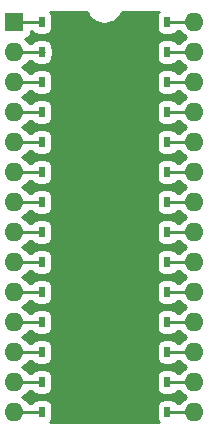
<source format=gbr>
G04 #@! TF.GenerationSoftware,KiCad,Pcbnew,(5.1.6)-1*
G04 #@! TF.CreationDate,2020-12-06T15:05:41+11:00*
G04 #@! TF.ProjectId,EAadaptor,45416164-6170-4746-9f72-2e6b69636164,rev?*
G04 #@! TF.SameCoordinates,Original*
G04 #@! TF.FileFunction,Copper,L1,Top*
G04 #@! TF.FilePolarity,Positive*
%FSLAX46Y46*%
G04 Gerber Fmt 4.6, Leading zero omitted, Abs format (unit mm)*
G04 Created by KiCad (PCBNEW (5.1.6)-1) date 2020-12-06 15:05:41*
%MOMM*%
%LPD*%
G01*
G04 APERTURE LIST*
G04 #@! TA.AperFunction,ComponentPad*
%ADD10O,1.600000X1.600000*%
G04 #@! TD*
G04 #@! TA.AperFunction,ComponentPad*
%ADD11R,1.600000X1.600000*%
G04 #@! TD*
G04 #@! TA.AperFunction,SMDPad,CuDef*
%ADD12R,0.500000X0.900000*%
G04 #@! TD*
G04 #@! TA.AperFunction,Conductor*
%ADD13C,0.250000*%
G04 #@! TD*
G04 #@! TA.AperFunction,Conductor*
%ADD14C,0.254000*%
G04 #@! TD*
G04 APERTURE END LIST*
D10*
X153416000Y-78486000D03*
X138176000Y-111506000D03*
X153416000Y-81026000D03*
X138176000Y-108966000D03*
X153416000Y-83566000D03*
X138176000Y-106426000D03*
X153416000Y-86106000D03*
X138176000Y-103886000D03*
X153416000Y-88646000D03*
X138176000Y-101346000D03*
X153416000Y-91186000D03*
X138176000Y-98806000D03*
X153416000Y-93726000D03*
X138176000Y-96266000D03*
X153416000Y-96266000D03*
X138176000Y-93726000D03*
X153416000Y-98806000D03*
X138176000Y-91186000D03*
X153416000Y-101346000D03*
X138176000Y-88646000D03*
X153416000Y-103886000D03*
X138176000Y-86106000D03*
X153416000Y-106426000D03*
X138176000Y-83566000D03*
X153416000Y-108966000D03*
X138176000Y-81026000D03*
X153416000Y-111506000D03*
D11*
X138176000Y-78486000D03*
D12*
X140486000Y-111506000D03*
X141986000Y-111506000D03*
X151118000Y-78486000D03*
X149618000Y-78486000D03*
X151118000Y-98806000D03*
X149618000Y-98806000D03*
X149618000Y-96266000D03*
X151118000Y-96266000D03*
X151118000Y-93726000D03*
X149618000Y-93726000D03*
X149618000Y-91186000D03*
X151118000Y-91186000D03*
X151118000Y-88646000D03*
X149618000Y-88646000D03*
X149618000Y-86106000D03*
X151118000Y-86106000D03*
X151118000Y-83566000D03*
X149618000Y-83566000D03*
X149618000Y-81026000D03*
X151118000Y-81026000D03*
X141974000Y-101346000D03*
X140474000Y-101346000D03*
X140474000Y-98806000D03*
X141974000Y-98806000D03*
X141974000Y-96266000D03*
X140474000Y-96266000D03*
X140474000Y-93726000D03*
X141974000Y-93726000D03*
X141974000Y-91186000D03*
X140474000Y-91186000D03*
X140474000Y-88646000D03*
X141974000Y-88646000D03*
X141974000Y-86106000D03*
X140474000Y-86106000D03*
X140474000Y-83566000D03*
X141974000Y-83566000D03*
X141974000Y-81026000D03*
X140474000Y-81026000D03*
X140474000Y-78486000D03*
X141974000Y-78486000D03*
X149630000Y-111506000D03*
X151130000Y-111506000D03*
X151118000Y-101346000D03*
X149618000Y-101346000D03*
X149618000Y-103886000D03*
X151118000Y-103886000D03*
X151130000Y-106426000D03*
X149630000Y-106426000D03*
X149618000Y-108966000D03*
X151118000Y-108966000D03*
X141974000Y-108966000D03*
X140474000Y-108966000D03*
X140474000Y-106426000D03*
X141974000Y-106426000D03*
X141974000Y-103886000D03*
X140474000Y-103886000D03*
D13*
X138176000Y-78486000D02*
X140474000Y-78486000D01*
X138176000Y-81026000D02*
X140716000Y-81026000D01*
X138176000Y-83566000D02*
X140474000Y-83566000D01*
X138176000Y-86106000D02*
X140474000Y-86106000D01*
X138176000Y-88646000D02*
X140474000Y-88646000D01*
X138176000Y-91186000D02*
X140474000Y-91186000D01*
X138176000Y-93726000D02*
X140474000Y-93726000D01*
X138176000Y-96266000D02*
X140474000Y-96266000D01*
X138176000Y-98806000D02*
X140474000Y-98806000D01*
X138176000Y-101346000D02*
X140474000Y-101346000D01*
X138176000Y-103886000D02*
X140474000Y-103886000D01*
X153416000Y-81026000D02*
X152284630Y-81026000D01*
X151118000Y-81026000D02*
X153416000Y-81026000D01*
X151384000Y-83566000D02*
X153416000Y-83566000D01*
X151118000Y-86106000D02*
X153416000Y-86106000D01*
X151118000Y-88646000D02*
X153416000Y-88646000D01*
X151118000Y-91186000D02*
X153416000Y-91186000D01*
X153416000Y-93726000D02*
X151384000Y-93726000D01*
X151118000Y-96266000D02*
X153416000Y-96266000D01*
X153416000Y-98806000D02*
X151118000Y-98806000D01*
X153416000Y-101346000D02*
X151118000Y-101346000D01*
X153416000Y-103886000D02*
X151118000Y-103886000D01*
X153416000Y-106426000D02*
X151130000Y-106426000D01*
X153416000Y-108966000D02*
X151118000Y-108966000D01*
X153416000Y-111506000D02*
X151130000Y-111506000D01*
X138176000Y-106426000D02*
X140474000Y-106426000D01*
X138176000Y-108966000D02*
X140474000Y-108966000D01*
X138176000Y-111506000D02*
X140486000Y-111506000D01*
X153416000Y-78486000D02*
X151118000Y-78486000D01*
D14*
G36*
X144279414Y-77672099D02*
G01*
X144283797Y-77680205D01*
X144379324Y-77853966D01*
X144413130Y-77903338D01*
X144446221Y-77953144D01*
X144452095Y-77960245D01*
X144579552Y-78112142D01*
X144622263Y-78153968D01*
X144664441Y-78196442D01*
X144671583Y-78202266D01*
X144826116Y-78326515D01*
X144876170Y-78359269D01*
X144925765Y-78392722D01*
X144933901Y-78397048D01*
X145109625Y-78488914D01*
X145165078Y-78511318D01*
X145220233Y-78534503D01*
X145229055Y-78537166D01*
X145419276Y-78593151D01*
X145478010Y-78604355D01*
X145536633Y-78616389D01*
X145545805Y-78617288D01*
X145743277Y-78635259D01*
X145803094Y-78634841D01*
X145862911Y-78635259D01*
X145872083Y-78634359D01*
X146069284Y-78613632D01*
X146127834Y-78601613D01*
X146186639Y-78590396D01*
X146195461Y-78587732D01*
X146384882Y-78529097D01*
X146440009Y-78505924D01*
X146495492Y-78483507D01*
X146503629Y-78479181D01*
X146678052Y-78384870D01*
X146727636Y-78351425D01*
X146777699Y-78318665D01*
X146784840Y-78312841D01*
X146937624Y-78186446D01*
X146979744Y-78144031D01*
X147022513Y-78102149D01*
X147028387Y-78095048D01*
X147153711Y-77941386D01*
X147186803Y-77891577D01*
X147220610Y-77842205D01*
X147224993Y-77834098D01*
X147318084Y-77659020D01*
X147333342Y-77622000D01*
X150386298Y-77622000D01*
X150337463Y-77681506D01*
X150278498Y-77791820D01*
X150242188Y-77911518D01*
X150229928Y-78036000D01*
X150229928Y-78936000D01*
X150242188Y-79060482D01*
X150278498Y-79180180D01*
X150337463Y-79290494D01*
X150416815Y-79387185D01*
X150513506Y-79466537D01*
X150623820Y-79525502D01*
X150743518Y-79561812D01*
X150868000Y-79574072D01*
X151368000Y-79574072D01*
X151492482Y-79561812D01*
X151612180Y-79525502D01*
X151722494Y-79466537D01*
X151819185Y-79387185D01*
X151898537Y-79290494D01*
X151922320Y-79246000D01*
X152197957Y-79246000D01*
X152301363Y-79400759D01*
X152501241Y-79600637D01*
X152733759Y-79756000D01*
X152501241Y-79911363D01*
X152301363Y-80111241D01*
X152197957Y-80266000D01*
X151922320Y-80266000D01*
X151898537Y-80221506D01*
X151819185Y-80124815D01*
X151722494Y-80045463D01*
X151612180Y-79986498D01*
X151492482Y-79950188D01*
X151368000Y-79937928D01*
X150868000Y-79937928D01*
X150743518Y-79950188D01*
X150623820Y-79986498D01*
X150513506Y-80045463D01*
X150416815Y-80124815D01*
X150337463Y-80221506D01*
X150278498Y-80331820D01*
X150242188Y-80451518D01*
X150229928Y-80576000D01*
X150229928Y-81476000D01*
X150242188Y-81600482D01*
X150278498Y-81720180D01*
X150337463Y-81830494D01*
X150416815Y-81927185D01*
X150513506Y-82006537D01*
X150623820Y-82065502D01*
X150743518Y-82101812D01*
X150868000Y-82114072D01*
X151368000Y-82114072D01*
X151492482Y-82101812D01*
X151612180Y-82065502D01*
X151722494Y-82006537D01*
X151819185Y-81927185D01*
X151898537Y-81830494D01*
X151922320Y-81786000D01*
X152197957Y-81786000D01*
X152301363Y-81940759D01*
X152501241Y-82140637D01*
X152733759Y-82296000D01*
X152501241Y-82451363D01*
X152301363Y-82651241D01*
X152197957Y-82806000D01*
X151922320Y-82806000D01*
X151898537Y-82761506D01*
X151819185Y-82664815D01*
X151722494Y-82585463D01*
X151612180Y-82526498D01*
X151492482Y-82490188D01*
X151368000Y-82477928D01*
X150868000Y-82477928D01*
X150743518Y-82490188D01*
X150623820Y-82526498D01*
X150513506Y-82585463D01*
X150416815Y-82664815D01*
X150337463Y-82761506D01*
X150278498Y-82871820D01*
X150242188Y-82991518D01*
X150229928Y-83116000D01*
X150229928Y-84016000D01*
X150242188Y-84140482D01*
X150278498Y-84260180D01*
X150337463Y-84370494D01*
X150416815Y-84467185D01*
X150513506Y-84546537D01*
X150623820Y-84605502D01*
X150743518Y-84641812D01*
X150868000Y-84654072D01*
X151368000Y-84654072D01*
X151492482Y-84641812D01*
X151612180Y-84605502D01*
X151722494Y-84546537D01*
X151819185Y-84467185D01*
X151898537Y-84370494D01*
X151922320Y-84326000D01*
X152197957Y-84326000D01*
X152301363Y-84480759D01*
X152501241Y-84680637D01*
X152733759Y-84836000D01*
X152501241Y-84991363D01*
X152301363Y-85191241D01*
X152197957Y-85346000D01*
X151922320Y-85346000D01*
X151898537Y-85301506D01*
X151819185Y-85204815D01*
X151722494Y-85125463D01*
X151612180Y-85066498D01*
X151492482Y-85030188D01*
X151368000Y-85017928D01*
X150868000Y-85017928D01*
X150743518Y-85030188D01*
X150623820Y-85066498D01*
X150513506Y-85125463D01*
X150416815Y-85204815D01*
X150337463Y-85301506D01*
X150278498Y-85411820D01*
X150242188Y-85531518D01*
X150229928Y-85656000D01*
X150229928Y-86556000D01*
X150242188Y-86680482D01*
X150278498Y-86800180D01*
X150337463Y-86910494D01*
X150416815Y-87007185D01*
X150513506Y-87086537D01*
X150623820Y-87145502D01*
X150743518Y-87181812D01*
X150868000Y-87194072D01*
X151368000Y-87194072D01*
X151492482Y-87181812D01*
X151612180Y-87145502D01*
X151722494Y-87086537D01*
X151819185Y-87007185D01*
X151898537Y-86910494D01*
X151922320Y-86866000D01*
X152197957Y-86866000D01*
X152301363Y-87020759D01*
X152501241Y-87220637D01*
X152733759Y-87376000D01*
X152501241Y-87531363D01*
X152301363Y-87731241D01*
X152197957Y-87886000D01*
X151922320Y-87886000D01*
X151898537Y-87841506D01*
X151819185Y-87744815D01*
X151722494Y-87665463D01*
X151612180Y-87606498D01*
X151492482Y-87570188D01*
X151368000Y-87557928D01*
X150868000Y-87557928D01*
X150743518Y-87570188D01*
X150623820Y-87606498D01*
X150513506Y-87665463D01*
X150416815Y-87744815D01*
X150337463Y-87841506D01*
X150278498Y-87951820D01*
X150242188Y-88071518D01*
X150229928Y-88196000D01*
X150229928Y-89096000D01*
X150242188Y-89220482D01*
X150278498Y-89340180D01*
X150337463Y-89450494D01*
X150416815Y-89547185D01*
X150513506Y-89626537D01*
X150623820Y-89685502D01*
X150743518Y-89721812D01*
X150868000Y-89734072D01*
X151368000Y-89734072D01*
X151492482Y-89721812D01*
X151612180Y-89685502D01*
X151722494Y-89626537D01*
X151819185Y-89547185D01*
X151898537Y-89450494D01*
X151922320Y-89406000D01*
X152197957Y-89406000D01*
X152301363Y-89560759D01*
X152501241Y-89760637D01*
X152733759Y-89916000D01*
X152501241Y-90071363D01*
X152301363Y-90271241D01*
X152197957Y-90426000D01*
X151922320Y-90426000D01*
X151898537Y-90381506D01*
X151819185Y-90284815D01*
X151722494Y-90205463D01*
X151612180Y-90146498D01*
X151492482Y-90110188D01*
X151368000Y-90097928D01*
X150868000Y-90097928D01*
X150743518Y-90110188D01*
X150623820Y-90146498D01*
X150513506Y-90205463D01*
X150416815Y-90284815D01*
X150337463Y-90381506D01*
X150278498Y-90491820D01*
X150242188Y-90611518D01*
X150229928Y-90736000D01*
X150229928Y-91636000D01*
X150242188Y-91760482D01*
X150278498Y-91880180D01*
X150337463Y-91990494D01*
X150416815Y-92087185D01*
X150513506Y-92166537D01*
X150623820Y-92225502D01*
X150743518Y-92261812D01*
X150868000Y-92274072D01*
X151368000Y-92274072D01*
X151492482Y-92261812D01*
X151612180Y-92225502D01*
X151722494Y-92166537D01*
X151819185Y-92087185D01*
X151898537Y-91990494D01*
X151922320Y-91946000D01*
X152197957Y-91946000D01*
X152301363Y-92100759D01*
X152501241Y-92300637D01*
X152733759Y-92456000D01*
X152501241Y-92611363D01*
X152301363Y-92811241D01*
X152197957Y-92966000D01*
X151922320Y-92966000D01*
X151898537Y-92921506D01*
X151819185Y-92824815D01*
X151722494Y-92745463D01*
X151612180Y-92686498D01*
X151492482Y-92650188D01*
X151368000Y-92637928D01*
X150868000Y-92637928D01*
X150743518Y-92650188D01*
X150623820Y-92686498D01*
X150513506Y-92745463D01*
X150416815Y-92824815D01*
X150337463Y-92921506D01*
X150278498Y-93031820D01*
X150242188Y-93151518D01*
X150229928Y-93276000D01*
X150229928Y-94176000D01*
X150242188Y-94300482D01*
X150278498Y-94420180D01*
X150337463Y-94530494D01*
X150416815Y-94627185D01*
X150513506Y-94706537D01*
X150623820Y-94765502D01*
X150743518Y-94801812D01*
X150868000Y-94814072D01*
X151368000Y-94814072D01*
X151492482Y-94801812D01*
X151612180Y-94765502D01*
X151722494Y-94706537D01*
X151819185Y-94627185D01*
X151898537Y-94530494D01*
X151922320Y-94486000D01*
X152197957Y-94486000D01*
X152301363Y-94640759D01*
X152501241Y-94840637D01*
X152733759Y-94996000D01*
X152501241Y-95151363D01*
X152301363Y-95351241D01*
X152197957Y-95506000D01*
X151922320Y-95506000D01*
X151898537Y-95461506D01*
X151819185Y-95364815D01*
X151722494Y-95285463D01*
X151612180Y-95226498D01*
X151492482Y-95190188D01*
X151368000Y-95177928D01*
X150868000Y-95177928D01*
X150743518Y-95190188D01*
X150623820Y-95226498D01*
X150513506Y-95285463D01*
X150416815Y-95364815D01*
X150337463Y-95461506D01*
X150278498Y-95571820D01*
X150242188Y-95691518D01*
X150229928Y-95816000D01*
X150229928Y-96716000D01*
X150242188Y-96840482D01*
X150278498Y-96960180D01*
X150337463Y-97070494D01*
X150416815Y-97167185D01*
X150513506Y-97246537D01*
X150623820Y-97305502D01*
X150743518Y-97341812D01*
X150868000Y-97354072D01*
X151368000Y-97354072D01*
X151492482Y-97341812D01*
X151612180Y-97305502D01*
X151722494Y-97246537D01*
X151819185Y-97167185D01*
X151898537Y-97070494D01*
X151922320Y-97026000D01*
X152197957Y-97026000D01*
X152301363Y-97180759D01*
X152501241Y-97380637D01*
X152733759Y-97536000D01*
X152501241Y-97691363D01*
X152301363Y-97891241D01*
X152197957Y-98046000D01*
X151922320Y-98046000D01*
X151898537Y-98001506D01*
X151819185Y-97904815D01*
X151722494Y-97825463D01*
X151612180Y-97766498D01*
X151492482Y-97730188D01*
X151368000Y-97717928D01*
X150868000Y-97717928D01*
X150743518Y-97730188D01*
X150623820Y-97766498D01*
X150513506Y-97825463D01*
X150416815Y-97904815D01*
X150337463Y-98001506D01*
X150278498Y-98111820D01*
X150242188Y-98231518D01*
X150229928Y-98356000D01*
X150229928Y-99256000D01*
X150242188Y-99380482D01*
X150278498Y-99500180D01*
X150337463Y-99610494D01*
X150416815Y-99707185D01*
X150513506Y-99786537D01*
X150623820Y-99845502D01*
X150743518Y-99881812D01*
X150868000Y-99894072D01*
X151368000Y-99894072D01*
X151492482Y-99881812D01*
X151612180Y-99845502D01*
X151722494Y-99786537D01*
X151819185Y-99707185D01*
X151898537Y-99610494D01*
X151922320Y-99566000D01*
X152197957Y-99566000D01*
X152301363Y-99720759D01*
X152501241Y-99920637D01*
X152733759Y-100076000D01*
X152501241Y-100231363D01*
X152301363Y-100431241D01*
X152197957Y-100586000D01*
X151922320Y-100586000D01*
X151898537Y-100541506D01*
X151819185Y-100444815D01*
X151722494Y-100365463D01*
X151612180Y-100306498D01*
X151492482Y-100270188D01*
X151368000Y-100257928D01*
X150868000Y-100257928D01*
X150743518Y-100270188D01*
X150623820Y-100306498D01*
X150513506Y-100365463D01*
X150416815Y-100444815D01*
X150337463Y-100541506D01*
X150278498Y-100651820D01*
X150242188Y-100771518D01*
X150229928Y-100896000D01*
X150229928Y-101796000D01*
X150242188Y-101920482D01*
X150278498Y-102040180D01*
X150337463Y-102150494D01*
X150416815Y-102247185D01*
X150513506Y-102326537D01*
X150623820Y-102385502D01*
X150743518Y-102421812D01*
X150868000Y-102434072D01*
X151368000Y-102434072D01*
X151492482Y-102421812D01*
X151612180Y-102385502D01*
X151722494Y-102326537D01*
X151819185Y-102247185D01*
X151898537Y-102150494D01*
X151922320Y-102106000D01*
X152197957Y-102106000D01*
X152301363Y-102260759D01*
X152501241Y-102460637D01*
X152733759Y-102616000D01*
X152501241Y-102771363D01*
X152301363Y-102971241D01*
X152197957Y-103126000D01*
X151922320Y-103126000D01*
X151898537Y-103081506D01*
X151819185Y-102984815D01*
X151722494Y-102905463D01*
X151612180Y-102846498D01*
X151492482Y-102810188D01*
X151368000Y-102797928D01*
X150868000Y-102797928D01*
X150743518Y-102810188D01*
X150623820Y-102846498D01*
X150513506Y-102905463D01*
X150416815Y-102984815D01*
X150337463Y-103081506D01*
X150278498Y-103191820D01*
X150242188Y-103311518D01*
X150229928Y-103436000D01*
X150229928Y-104336000D01*
X150242188Y-104460482D01*
X150278498Y-104580180D01*
X150337463Y-104690494D01*
X150416815Y-104787185D01*
X150513506Y-104866537D01*
X150623820Y-104925502D01*
X150743518Y-104961812D01*
X150868000Y-104974072D01*
X151368000Y-104974072D01*
X151492482Y-104961812D01*
X151612180Y-104925502D01*
X151722494Y-104866537D01*
X151819185Y-104787185D01*
X151898537Y-104690494D01*
X151922320Y-104646000D01*
X152197957Y-104646000D01*
X152301363Y-104800759D01*
X152501241Y-105000637D01*
X152733759Y-105156000D01*
X152501241Y-105311363D01*
X152301363Y-105511241D01*
X152197957Y-105666000D01*
X151934320Y-105666000D01*
X151910537Y-105621506D01*
X151831185Y-105524815D01*
X151734494Y-105445463D01*
X151624180Y-105386498D01*
X151504482Y-105350188D01*
X151380000Y-105337928D01*
X150880000Y-105337928D01*
X150755518Y-105350188D01*
X150635820Y-105386498D01*
X150525506Y-105445463D01*
X150428815Y-105524815D01*
X150349463Y-105621506D01*
X150290498Y-105731820D01*
X150254188Y-105851518D01*
X150241928Y-105976000D01*
X150241928Y-106876000D01*
X150254188Y-107000482D01*
X150290498Y-107120180D01*
X150349463Y-107230494D01*
X150428815Y-107327185D01*
X150525506Y-107406537D01*
X150635820Y-107465502D01*
X150755518Y-107501812D01*
X150880000Y-107514072D01*
X151380000Y-107514072D01*
X151504482Y-107501812D01*
X151624180Y-107465502D01*
X151734494Y-107406537D01*
X151831185Y-107327185D01*
X151910537Y-107230494D01*
X151934320Y-107186000D01*
X152197957Y-107186000D01*
X152301363Y-107340759D01*
X152501241Y-107540637D01*
X152733759Y-107696000D01*
X152501241Y-107851363D01*
X152301363Y-108051241D01*
X152197957Y-108206000D01*
X151922320Y-108206000D01*
X151898537Y-108161506D01*
X151819185Y-108064815D01*
X151722494Y-107985463D01*
X151612180Y-107926498D01*
X151492482Y-107890188D01*
X151368000Y-107877928D01*
X150868000Y-107877928D01*
X150743518Y-107890188D01*
X150623820Y-107926498D01*
X150513506Y-107985463D01*
X150416815Y-108064815D01*
X150337463Y-108161506D01*
X150278498Y-108271820D01*
X150242188Y-108391518D01*
X150229928Y-108516000D01*
X150229928Y-109416000D01*
X150242188Y-109540482D01*
X150278498Y-109660180D01*
X150337463Y-109770494D01*
X150416815Y-109867185D01*
X150513506Y-109946537D01*
X150623820Y-110005502D01*
X150743518Y-110041812D01*
X150868000Y-110054072D01*
X151368000Y-110054072D01*
X151492482Y-110041812D01*
X151612180Y-110005502D01*
X151722494Y-109946537D01*
X151819185Y-109867185D01*
X151898537Y-109770494D01*
X151922320Y-109726000D01*
X152197957Y-109726000D01*
X152301363Y-109880759D01*
X152501241Y-110080637D01*
X152733759Y-110236000D01*
X152501241Y-110391363D01*
X152301363Y-110591241D01*
X152197957Y-110746000D01*
X151934320Y-110746000D01*
X151910537Y-110701506D01*
X151831185Y-110604815D01*
X151734494Y-110525463D01*
X151624180Y-110466498D01*
X151504482Y-110430188D01*
X151380000Y-110417928D01*
X150880000Y-110417928D01*
X150755518Y-110430188D01*
X150635820Y-110466498D01*
X150525506Y-110525463D01*
X150428815Y-110604815D01*
X150349463Y-110701506D01*
X150290498Y-110811820D01*
X150254188Y-110931518D01*
X150241928Y-111056000D01*
X150241928Y-111956000D01*
X150254188Y-112080482D01*
X150290498Y-112200180D01*
X150349463Y-112310494D01*
X150398298Y-112370000D01*
X141217702Y-112370000D01*
X141266537Y-112310494D01*
X141325502Y-112200180D01*
X141361812Y-112080482D01*
X141374072Y-111956000D01*
X141374072Y-111056000D01*
X141361812Y-110931518D01*
X141325502Y-110811820D01*
X141266537Y-110701506D01*
X141187185Y-110604815D01*
X141090494Y-110525463D01*
X140980180Y-110466498D01*
X140860482Y-110430188D01*
X140736000Y-110417928D01*
X140236000Y-110417928D01*
X140111518Y-110430188D01*
X139991820Y-110466498D01*
X139881506Y-110525463D01*
X139784815Y-110604815D01*
X139705463Y-110701506D01*
X139681680Y-110746000D01*
X139394043Y-110746000D01*
X139290637Y-110591241D01*
X139090759Y-110391363D01*
X138858241Y-110236000D01*
X139090759Y-110080637D01*
X139290637Y-109880759D01*
X139394043Y-109726000D01*
X139669680Y-109726000D01*
X139693463Y-109770494D01*
X139772815Y-109867185D01*
X139869506Y-109946537D01*
X139979820Y-110005502D01*
X140099518Y-110041812D01*
X140224000Y-110054072D01*
X140724000Y-110054072D01*
X140848482Y-110041812D01*
X140968180Y-110005502D01*
X141078494Y-109946537D01*
X141175185Y-109867185D01*
X141254537Y-109770494D01*
X141313502Y-109660180D01*
X141349812Y-109540482D01*
X141362072Y-109416000D01*
X141362072Y-108516000D01*
X141349812Y-108391518D01*
X141313502Y-108271820D01*
X141254537Y-108161506D01*
X141175185Y-108064815D01*
X141078494Y-107985463D01*
X140968180Y-107926498D01*
X140848482Y-107890188D01*
X140724000Y-107877928D01*
X140224000Y-107877928D01*
X140099518Y-107890188D01*
X139979820Y-107926498D01*
X139869506Y-107985463D01*
X139772815Y-108064815D01*
X139693463Y-108161506D01*
X139669680Y-108206000D01*
X139394043Y-108206000D01*
X139290637Y-108051241D01*
X139090759Y-107851363D01*
X138858241Y-107696000D01*
X139090759Y-107540637D01*
X139290637Y-107340759D01*
X139394043Y-107186000D01*
X139669680Y-107186000D01*
X139693463Y-107230494D01*
X139772815Y-107327185D01*
X139869506Y-107406537D01*
X139979820Y-107465502D01*
X140099518Y-107501812D01*
X140224000Y-107514072D01*
X140724000Y-107514072D01*
X140848482Y-107501812D01*
X140968180Y-107465502D01*
X141078494Y-107406537D01*
X141175185Y-107327185D01*
X141254537Y-107230494D01*
X141313502Y-107120180D01*
X141349812Y-107000482D01*
X141362072Y-106876000D01*
X141362072Y-105976000D01*
X141349812Y-105851518D01*
X141313502Y-105731820D01*
X141254537Y-105621506D01*
X141175185Y-105524815D01*
X141078494Y-105445463D01*
X140968180Y-105386498D01*
X140848482Y-105350188D01*
X140724000Y-105337928D01*
X140224000Y-105337928D01*
X140099518Y-105350188D01*
X139979820Y-105386498D01*
X139869506Y-105445463D01*
X139772815Y-105524815D01*
X139693463Y-105621506D01*
X139669680Y-105666000D01*
X139394043Y-105666000D01*
X139290637Y-105511241D01*
X139090759Y-105311363D01*
X138858241Y-105156000D01*
X139090759Y-105000637D01*
X139290637Y-104800759D01*
X139394043Y-104646000D01*
X139669680Y-104646000D01*
X139693463Y-104690494D01*
X139772815Y-104787185D01*
X139869506Y-104866537D01*
X139979820Y-104925502D01*
X140099518Y-104961812D01*
X140224000Y-104974072D01*
X140724000Y-104974072D01*
X140848482Y-104961812D01*
X140968180Y-104925502D01*
X141078494Y-104866537D01*
X141175185Y-104787185D01*
X141254537Y-104690494D01*
X141313502Y-104580180D01*
X141349812Y-104460482D01*
X141362072Y-104336000D01*
X141362072Y-103436000D01*
X141349812Y-103311518D01*
X141313502Y-103191820D01*
X141254537Y-103081506D01*
X141175185Y-102984815D01*
X141078494Y-102905463D01*
X140968180Y-102846498D01*
X140848482Y-102810188D01*
X140724000Y-102797928D01*
X140224000Y-102797928D01*
X140099518Y-102810188D01*
X139979820Y-102846498D01*
X139869506Y-102905463D01*
X139772815Y-102984815D01*
X139693463Y-103081506D01*
X139669680Y-103126000D01*
X139394043Y-103126000D01*
X139290637Y-102971241D01*
X139090759Y-102771363D01*
X138858241Y-102616000D01*
X139090759Y-102460637D01*
X139290637Y-102260759D01*
X139394043Y-102106000D01*
X139669680Y-102106000D01*
X139693463Y-102150494D01*
X139772815Y-102247185D01*
X139869506Y-102326537D01*
X139979820Y-102385502D01*
X140099518Y-102421812D01*
X140224000Y-102434072D01*
X140724000Y-102434072D01*
X140848482Y-102421812D01*
X140968180Y-102385502D01*
X141078494Y-102326537D01*
X141175185Y-102247185D01*
X141254537Y-102150494D01*
X141313502Y-102040180D01*
X141349812Y-101920482D01*
X141362072Y-101796000D01*
X141362072Y-100896000D01*
X141349812Y-100771518D01*
X141313502Y-100651820D01*
X141254537Y-100541506D01*
X141175185Y-100444815D01*
X141078494Y-100365463D01*
X140968180Y-100306498D01*
X140848482Y-100270188D01*
X140724000Y-100257928D01*
X140224000Y-100257928D01*
X140099518Y-100270188D01*
X139979820Y-100306498D01*
X139869506Y-100365463D01*
X139772815Y-100444815D01*
X139693463Y-100541506D01*
X139669680Y-100586000D01*
X139394043Y-100586000D01*
X139290637Y-100431241D01*
X139090759Y-100231363D01*
X138858241Y-100076000D01*
X139090759Y-99920637D01*
X139290637Y-99720759D01*
X139394043Y-99566000D01*
X139669680Y-99566000D01*
X139693463Y-99610494D01*
X139772815Y-99707185D01*
X139869506Y-99786537D01*
X139979820Y-99845502D01*
X140099518Y-99881812D01*
X140224000Y-99894072D01*
X140724000Y-99894072D01*
X140848482Y-99881812D01*
X140968180Y-99845502D01*
X141078494Y-99786537D01*
X141175185Y-99707185D01*
X141254537Y-99610494D01*
X141313502Y-99500180D01*
X141349812Y-99380482D01*
X141362072Y-99256000D01*
X141362072Y-98356000D01*
X141349812Y-98231518D01*
X141313502Y-98111820D01*
X141254537Y-98001506D01*
X141175185Y-97904815D01*
X141078494Y-97825463D01*
X140968180Y-97766498D01*
X140848482Y-97730188D01*
X140724000Y-97717928D01*
X140224000Y-97717928D01*
X140099518Y-97730188D01*
X139979820Y-97766498D01*
X139869506Y-97825463D01*
X139772815Y-97904815D01*
X139693463Y-98001506D01*
X139669680Y-98046000D01*
X139394043Y-98046000D01*
X139290637Y-97891241D01*
X139090759Y-97691363D01*
X138858241Y-97536000D01*
X139090759Y-97380637D01*
X139290637Y-97180759D01*
X139394043Y-97026000D01*
X139669680Y-97026000D01*
X139693463Y-97070494D01*
X139772815Y-97167185D01*
X139869506Y-97246537D01*
X139979820Y-97305502D01*
X140099518Y-97341812D01*
X140224000Y-97354072D01*
X140724000Y-97354072D01*
X140848482Y-97341812D01*
X140968180Y-97305502D01*
X141078494Y-97246537D01*
X141175185Y-97167185D01*
X141254537Y-97070494D01*
X141313502Y-96960180D01*
X141349812Y-96840482D01*
X141362072Y-96716000D01*
X141362072Y-95816000D01*
X141349812Y-95691518D01*
X141313502Y-95571820D01*
X141254537Y-95461506D01*
X141175185Y-95364815D01*
X141078494Y-95285463D01*
X140968180Y-95226498D01*
X140848482Y-95190188D01*
X140724000Y-95177928D01*
X140224000Y-95177928D01*
X140099518Y-95190188D01*
X139979820Y-95226498D01*
X139869506Y-95285463D01*
X139772815Y-95364815D01*
X139693463Y-95461506D01*
X139669680Y-95506000D01*
X139394043Y-95506000D01*
X139290637Y-95351241D01*
X139090759Y-95151363D01*
X138858241Y-94996000D01*
X139090759Y-94840637D01*
X139290637Y-94640759D01*
X139394043Y-94486000D01*
X139669680Y-94486000D01*
X139693463Y-94530494D01*
X139772815Y-94627185D01*
X139869506Y-94706537D01*
X139979820Y-94765502D01*
X140099518Y-94801812D01*
X140224000Y-94814072D01*
X140724000Y-94814072D01*
X140848482Y-94801812D01*
X140968180Y-94765502D01*
X141078494Y-94706537D01*
X141175185Y-94627185D01*
X141254537Y-94530494D01*
X141313502Y-94420180D01*
X141349812Y-94300482D01*
X141362072Y-94176000D01*
X141362072Y-93276000D01*
X141349812Y-93151518D01*
X141313502Y-93031820D01*
X141254537Y-92921506D01*
X141175185Y-92824815D01*
X141078494Y-92745463D01*
X140968180Y-92686498D01*
X140848482Y-92650188D01*
X140724000Y-92637928D01*
X140224000Y-92637928D01*
X140099518Y-92650188D01*
X139979820Y-92686498D01*
X139869506Y-92745463D01*
X139772815Y-92824815D01*
X139693463Y-92921506D01*
X139669680Y-92966000D01*
X139394043Y-92966000D01*
X139290637Y-92811241D01*
X139090759Y-92611363D01*
X138858241Y-92456000D01*
X139090759Y-92300637D01*
X139290637Y-92100759D01*
X139394043Y-91946000D01*
X139669680Y-91946000D01*
X139693463Y-91990494D01*
X139772815Y-92087185D01*
X139869506Y-92166537D01*
X139979820Y-92225502D01*
X140099518Y-92261812D01*
X140224000Y-92274072D01*
X140724000Y-92274072D01*
X140848482Y-92261812D01*
X140968180Y-92225502D01*
X141078494Y-92166537D01*
X141175185Y-92087185D01*
X141254537Y-91990494D01*
X141313502Y-91880180D01*
X141349812Y-91760482D01*
X141362072Y-91636000D01*
X141362072Y-90736000D01*
X141349812Y-90611518D01*
X141313502Y-90491820D01*
X141254537Y-90381506D01*
X141175185Y-90284815D01*
X141078494Y-90205463D01*
X140968180Y-90146498D01*
X140848482Y-90110188D01*
X140724000Y-90097928D01*
X140224000Y-90097928D01*
X140099518Y-90110188D01*
X139979820Y-90146498D01*
X139869506Y-90205463D01*
X139772815Y-90284815D01*
X139693463Y-90381506D01*
X139669680Y-90426000D01*
X139394043Y-90426000D01*
X139290637Y-90271241D01*
X139090759Y-90071363D01*
X138858241Y-89916000D01*
X139090759Y-89760637D01*
X139290637Y-89560759D01*
X139394043Y-89406000D01*
X139669680Y-89406000D01*
X139693463Y-89450494D01*
X139772815Y-89547185D01*
X139869506Y-89626537D01*
X139979820Y-89685502D01*
X140099518Y-89721812D01*
X140224000Y-89734072D01*
X140724000Y-89734072D01*
X140848482Y-89721812D01*
X140968180Y-89685502D01*
X141078494Y-89626537D01*
X141175185Y-89547185D01*
X141254537Y-89450494D01*
X141313502Y-89340180D01*
X141349812Y-89220482D01*
X141362072Y-89096000D01*
X141362072Y-88196000D01*
X141349812Y-88071518D01*
X141313502Y-87951820D01*
X141254537Y-87841506D01*
X141175185Y-87744815D01*
X141078494Y-87665463D01*
X140968180Y-87606498D01*
X140848482Y-87570188D01*
X140724000Y-87557928D01*
X140224000Y-87557928D01*
X140099518Y-87570188D01*
X139979820Y-87606498D01*
X139869506Y-87665463D01*
X139772815Y-87744815D01*
X139693463Y-87841506D01*
X139669680Y-87886000D01*
X139394043Y-87886000D01*
X139290637Y-87731241D01*
X139090759Y-87531363D01*
X138858241Y-87376000D01*
X139090759Y-87220637D01*
X139290637Y-87020759D01*
X139394043Y-86866000D01*
X139669680Y-86866000D01*
X139693463Y-86910494D01*
X139772815Y-87007185D01*
X139869506Y-87086537D01*
X139979820Y-87145502D01*
X140099518Y-87181812D01*
X140224000Y-87194072D01*
X140724000Y-87194072D01*
X140848482Y-87181812D01*
X140968180Y-87145502D01*
X141078494Y-87086537D01*
X141175185Y-87007185D01*
X141254537Y-86910494D01*
X141313502Y-86800180D01*
X141349812Y-86680482D01*
X141362072Y-86556000D01*
X141362072Y-85656000D01*
X141349812Y-85531518D01*
X141313502Y-85411820D01*
X141254537Y-85301506D01*
X141175185Y-85204815D01*
X141078494Y-85125463D01*
X140968180Y-85066498D01*
X140848482Y-85030188D01*
X140724000Y-85017928D01*
X140224000Y-85017928D01*
X140099518Y-85030188D01*
X139979820Y-85066498D01*
X139869506Y-85125463D01*
X139772815Y-85204815D01*
X139693463Y-85301506D01*
X139669680Y-85346000D01*
X139394043Y-85346000D01*
X139290637Y-85191241D01*
X139090759Y-84991363D01*
X138858241Y-84836000D01*
X139090759Y-84680637D01*
X139290637Y-84480759D01*
X139394043Y-84326000D01*
X139669680Y-84326000D01*
X139693463Y-84370494D01*
X139772815Y-84467185D01*
X139869506Y-84546537D01*
X139979820Y-84605502D01*
X140099518Y-84641812D01*
X140224000Y-84654072D01*
X140724000Y-84654072D01*
X140848482Y-84641812D01*
X140968180Y-84605502D01*
X141078494Y-84546537D01*
X141175185Y-84467185D01*
X141254537Y-84370494D01*
X141313502Y-84260180D01*
X141349812Y-84140482D01*
X141362072Y-84016000D01*
X141362072Y-83116000D01*
X141349812Y-82991518D01*
X141313502Y-82871820D01*
X141254537Y-82761506D01*
X141175185Y-82664815D01*
X141078494Y-82585463D01*
X140968180Y-82526498D01*
X140848482Y-82490188D01*
X140724000Y-82477928D01*
X140224000Y-82477928D01*
X140099518Y-82490188D01*
X139979820Y-82526498D01*
X139869506Y-82585463D01*
X139772815Y-82664815D01*
X139693463Y-82761506D01*
X139669680Y-82806000D01*
X139394043Y-82806000D01*
X139290637Y-82651241D01*
X139090759Y-82451363D01*
X138858241Y-82296000D01*
X139090759Y-82140637D01*
X139290637Y-81940759D01*
X139394043Y-81786000D01*
X139669680Y-81786000D01*
X139693463Y-81830494D01*
X139772815Y-81927185D01*
X139869506Y-82006537D01*
X139979820Y-82065502D01*
X140099518Y-82101812D01*
X140224000Y-82114072D01*
X140724000Y-82114072D01*
X140848482Y-82101812D01*
X140968180Y-82065502D01*
X141078494Y-82006537D01*
X141175185Y-81927185D01*
X141254537Y-81830494D01*
X141313502Y-81720180D01*
X141349812Y-81600482D01*
X141362072Y-81476000D01*
X141362072Y-81429513D01*
X141421546Y-81318247D01*
X141465003Y-81174986D01*
X141479677Y-81026000D01*
X141465003Y-80877014D01*
X141421546Y-80733753D01*
X141362072Y-80622487D01*
X141362072Y-80576000D01*
X141349812Y-80451518D01*
X141313502Y-80331820D01*
X141254537Y-80221506D01*
X141175185Y-80124815D01*
X141078494Y-80045463D01*
X140968180Y-79986498D01*
X140848482Y-79950188D01*
X140724000Y-79937928D01*
X140224000Y-79937928D01*
X140099518Y-79950188D01*
X139979820Y-79986498D01*
X139869506Y-80045463D01*
X139772815Y-80124815D01*
X139693463Y-80221506D01*
X139669680Y-80266000D01*
X139394043Y-80266000D01*
X139290637Y-80111241D01*
X139092039Y-79912643D01*
X139100482Y-79911812D01*
X139220180Y-79875502D01*
X139330494Y-79816537D01*
X139427185Y-79737185D01*
X139506537Y-79640494D01*
X139565502Y-79530180D01*
X139601812Y-79410482D01*
X139614072Y-79286000D01*
X139614072Y-79246000D01*
X139669680Y-79246000D01*
X139693463Y-79290494D01*
X139772815Y-79387185D01*
X139869506Y-79466537D01*
X139979820Y-79525502D01*
X140099518Y-79561812D01*
X140224000Y-79574072D01*
X140724000Y-79574072D01*
X140848482Y-79561812D01*
X140968180Y-79525502D01*
X141078494Y-79466537D01*
X141175185Y-79387185D01*
X141254537Y-79290494D01*
X141313502Y-79180180D01*
X141349812Y-79060482D01*
X141362072Y-78936000D01*
X141362072Y-78036000D01*
X141349812Y-77911518D01*
X141313502Y-77791820D01*
X141254537Y-77681506D01*
X141205702Y-77622000D01*
X144258764Y-77622000D01*
X144279414Y-77672099D01*
G37*
X144279414Y-77672099D02*
X144283797Y-77680205D01*
X144379324Y-77853966D01*
X144413130Y-77903338D01*
X144446221Y-77953144D01*
X144452095Y-77960245D01*
X144579552Y-78112142D01*
X144622263Y-78153968D01*
X144664441Y-78196442D01*
X144671583Y-78202266D01*
X144826116Y-78326515D01*
X144876170Y-78359269D01*
X144925765Y-78392722D01*
X144933901Y-78397048D01*
X145109625Y-78488914D01*
X145165078Y-78511318D01*
X145220233Y-78534503D01*
X145229055Y-78537166D01*
X145419276Y-78593151D01*
X145478010Y-78604355D01*
X145536633Y-78616389D01*
X145545805Y-78617288D01*
X145743277Y-78635259D01*
X145803094Y-78634841D01*
X145862911Y-78635259D01*
X145872083Y-78634359D01*
X146069284Y-78613632D01*
X146127834Y-78601613D01*
X146186639Y-78590396D01*
X146195461Y-78587732D01*
X146384882Y-78529097D01*
X146440009Y-78505924D01*
X146495492Y-78483507D01*
X146503629Y-78479181D01*
X146678052Y-78384870D01*
X146727636Y-78351425D01*
X146777699Y-78318665D01*
X146784840Y-78312841D01*
X146937624Y-78186446D01*
X146979744Y-78144031D01*
X147022513Y-78102149D01*
X147028387Y-78095048D01*
X147153711Y-77941386D01*
X147186803Y-77891577D01*
X147220610Y-77842205D01*
X147224993Y-77834098D01*
X147318084Y-77659020D01*
X147333342Y-77622000D01*
X150386298Y-77622000D01*
X150337463Y-77681506D01*
X150278498Y-77791820D01*
X150242188Y-77911518D01*
X150229928Y-78036000D01*
X150229928Y-78936000D01*
X150242188Y-79060482D01*
X150278498Y-79180180D01*
X150337463Y-79290494D01*
X150416815Y-79387185D01*
X150513506Y-79466537D01*
X150623820Y-79525502D01*
X150743518Y-79561812D01*
X150868000Y-79574072D01*
X151368000Y-79574072D01*
X151492482Y-79561812D01*
X151612180Y-79525502D01*
X151722494Y-79466537D01*
X151819185Y-79387185D01*
X151898537Y-79290494D01*
X151922320Y-79246000D01*
X152197957Y-79246000D01*
X152301363Y-79400759D01*
X152501241Y-79600637D01*
X152733759Y-79756000D01*
X152501241Y-79911363D01*
X152301363Y-80111241D01*
X152197957Y-80266000D01*
X151922320Y-80266000D01*
X151898537Y-80221506D01*
X151819185Y-80124815D01*
X151722494Y-80045463D01*
X151612180Y-79986498D01*
X151492482Y-79950188D01*
X151368000Y-79937928D01*
X150868000Y-79937928D01*
X150743518Y-79950188D01*
X150623820Y-79986498D01*
X150513506Y-80045463D01*
X150416815Y-80124815D01*
X150337463Y-80221506D01*
X150278498Y-80331820D01*
X150242188Y-80451518D01*
X150229928Y-80576000D01*
X150229928Y-81476000D01*
X150242188Y-81600482D01*
X150278498Y-81720180D01*
X150337463Y-81830494D01*
X150416815Y-81927185D01*
X150513506Y-82006537D01*
X150623820Y-82065502D01*
X150743518Y-82101812D01*
X150868000Y-82114072D01*
X151368000Y-82114072D01*
X151492482Y-82101812D01*
X151612180Y-82065502D01*
X151722494Y-82006537D01*
X151819185Y-81927185D01*
X151898537Y-81830494D01*
X151922320Y-81786000D01*
X152197957Y-81786000D01*
X152301363Y-81940759D01*
X152501241Y-82140637D01*
X152733759Y-82296000D01*
X152501241Y-82451363D01*
X152301363Y-82651241D01*
X152197957Y-82806000D01*
X151922320Y-82806000D01*
X151898537Y-82761506D01*
X151819185Y-82664815D01*
X151722494Y-82585463D01*
X151612180Y-82526498D01*
X151492482Y-82490188D01*
X151368000Y-82477928D01*
X150868000Y-82477928D01*
X150743518Y-82490188D01*
X150623820Y-82526498D01*
X150513506Y-82585463D01*
X150416815Y-82664815D01*
X150337463Y-82761506D01*
X150278498Y-82871820D01*
X150242188Y-82991518D01*
X150229928Y-83116000D01*
X150229928Y-84016000D01*
X150242188Y-84140482D01*
X150278498Y-84260180D01*
X150337463Y-84370494D01*
X150416815Y-84467185D01*
X150513506Y-84546537D01*
X150623820Y-84605502D01*
X150743518Y-84641812D01*
X150868000Y-84654072D01*
X151368000Y-84654072D01*
X151492482Y-84641812D01*
X151612180Y-84605502D01*
X151722494Y-84546537D01*
X151819185Y-84467185D01*
X151898537Y-84370494D01*
X151922320Y-84326000D01*
X152197957Y-84326000D01*
X152301363Y-84480759D01*
X152501241Y-84680637D01*
X152733759Y-84836000D01*
X152501241Y-84991363D01*
X152301363Y-85191241D01*
X152197957Y-85346000D01*
X151922320Y-85346000D01*
X151898537Y-85301506D01*
X151819185Y-85204815D01*
X151722494Y-85125463D01*
X151612180Y-85066498D01*
X151492482Y-85030188D01*
X151368000Y-85017928D01*
X150868000Y-85017928D01*
X150743518Y-85030188D01*
X150623820Y-85066498D01*
X150513506Y-85125463D01*
X150416815Y-85204815D01*
X150337463Y-85301506D01*
X150278498Y-85411820D01*
X150242188Y-85531518D01*
X150229928Y-85656000D01*
X150229928Y-86556000D01*
X150242188Y-86680482D01*
X150278498Y-86800180D01*
X150337463Y-86910494D01*
X150416815Y-87007185D01*
X150513506Y-87086537D01*
X150623820Y-87145502D01*
X150743518Y-87181812D01*
X150868000Y-87194072D01*
X151368000Y-87194072D01*
X151492482Y-87181812D01*
X151612180Y-87145502D01*
X151722494Y-87086537D01*
X151819185Y-87007185D01*
X151898537Y-86910494D01*
X151922320Y-86866000D01*
X152197957Y-86866000D01*
X152301363Y-87020759D01*
X152501241Y-87220637D01*
X152733759Y-87376000D01*
X152501241Y-87531363D01*
X152301363Y-87731241D01*
X152197957Y-87886000D01*
X151922320Y-87886000D01*
X151898537Y-87841506D01*
X151819185Y-87744815D01*
X151722494Y-87665463D01*
X151612180Y-87606498D01*
X151492482Y-87570188D01*
X151368000Y-87557928D01*
X150868000Y-87557928D01*
X150743518Y-87570188D01*
X150623820Y-87606498D01*
X150513506Y-87665463D01*
X150416815Y-87744815D01*
X150337463Y-87841506D01*
X150278498Y-87951820D01*
X150242188Y-88071518D01*
X150229928Y-88196000D01*
X150229928Y-89096000D01*
X150242188Y-89220482D01*
X150278498Y-89340180D01*
X150337463Y-89450494D01*
X150416815Y-89547185D01*
X150513506Y-89626537D01*
X150623820Y-89685502D01*
X150743518Y-89721812D01*
X150868000Y-89734072D01*
X151368000Y-89734072D01*
X151492482Y-89721812D01*
X151612180Y-89685502D01*
X151722494Y-89626537D01*
X151819185Y-89547185D01*
X151898537Y-89450494D01*
X151922320Y-89406000D01*
X152197957Y-89406000D01*
X152301363Y-89560759D01*
X152501241Y-89760637D01*
X152733759Y-89916000D01*
X152501241Y-90071363D01*
X152301363Y-90271241D01*
X152197957Y-90426000D01*
X151922320Y-90426000D01*
X151898537Y-90381506D01*
X151819185Y-90284815D01*
X151722494Y-90205463D01*
X151612180Y-90146498D01*
X151492482Y-90110188D01*
X151368000Y-90097928D01*
X150868000Y-90097928D01*
X150743518Y-90110188D01*
X150623820Y-90146498D01*
X150513506Y-90205463D01*
X150416815Y-90284815D01*
X150337463Y-90381506D01*
X150278498Y-90491820D01*
X150242188Y-90611518D01*
X150229928Y-90736000D01*
X150229928Y-91636000D01*
X150242188Y-91760482D01*
X150278498Y-91880180D01*
X150337463Y-91990494D01*
X150416815Y-92087185D01*
X150513506Y-92166537D01*
X150623820Y-92225502D01*
X150743518Y-92261812D01*
X150868000Y-92274072D01*
X151368000Y-92274072D01*
X151492482Y-92261812D01*
X151612180Y-92225502D01*
X151722494Y-92166537D01*
X151819185Y-92087185D01*
X151898537Y-91990494D01*
X151922320Y-91946000D01*
X152197957Y-91946000D01*
X152301363Y-92100759D01*
X152501241Y-92300637D01*
X152733759Y-92456000D01*
X152501241Y-92611363D01*
X152301363Y-92811241D01*
X152197957Y-92966000D01*
X151922320Y-92966000D01*
X151898537Y-92921506D01*
X151819185Y-92824815D01*
X151722494Y-92745463D01*
X151612180Y-92686498D01*
X151492482Y-92650188D01*
X151368000Y-92637928D01*
X150868000Y-92637928D01*
X150743518Y-92650188D01*
X150623820Y-92686498D01*
X150513506Y-92745463D01*
X150416815Y-92824815D01*
X150337463Y-92921506D01*
X150278498Y-93031820D01*
X150242188Y-93151518D01*
X150229928Y-93276000D01*
X150229928Y-94176000D01*
X150242188Y-94300482D01*
X150278498Y-94420180D01*
X150337463Y-94530494D01*
X150416815Y-94627185D01*
X150513506Y-94706537D01*
X150623820Y-94765502D01*
X150743518Y-94801812D01*
X150868000Y-94814072D01*
X151368000Y-94814072D01*
X151492482Y-94801812D01*
X151612180Y-94765502D01*
X151722494Y-94706537D01*
X151819185Y-94627185D01*
X151898537Y-94530494D01*
X151922320Y-94486000D01*
X152197957Y-94486000D01*
X152301363Y-94640759D01*
X152501241Y-94840637D01*
X152733759Y-94996000D01*
X152501241Y-95151363D01*
X152301363Y-95351241D01*
X152197957Y-95506000D01*
X151922320Y-95506000D01*
X151898537Y-95461506D01*
X151819185Y-95364815D01*
X151722494Y-95285463D01*
X151612180Y-95226498D01*
X151492482Y-95190188D01*
X151368000Y-95177928D01*
X150868000Y-95177928D01*
X150743518Y-95190188D01*
X150623820Y-95226498D01*
X150513506Y-95285463D01*
X150416815Y-95364815D01*
X150337463Y-95461506D01*
X150278498Y-95571820D01*
X150242188Y-95691518D01*
X150229928Y-95816000D01*
X150229928Y-96716000D01*
X150242188Y-96840482D01*
X150278498Y-96960180D01*
X150337463Y-97070494D01*
X150416815Y-97167185D01*
X150513506Y-97246537D01*
X150623820Y-97305502D01*
X150743518Y-97341812D01*
X150868000Y-97354072D01*
X151368000Y-97354072D01*
X151492482Y-97341812D01*
X151612180Y-97305502D01*
X151722494Y-97246537D01*
X151819185Y-97167185D01*
X151898537Y-97070494D01*
X151922320Y-97026000D01*
X152197957Y-97026000D01*
X152301363Y-97180759D01*
X152501241Y-97380637D01*
X152733759Y-97536000D01*
X152501241Y-97691363D01*
X152301363Y-97891241D01*
X152197957Y-98046000D01*
X151922320Y-98046000D01*
X151898537Y-98001506D01*
X151819185Y-97904815D01*
X151722494Y-97825463D01*
X151612180Y-97766498D01*
X151492482Y-97730188D01*
X151368000Y-97717928D01*
X150868000Y-97717928D01*
X150743518Y-97730188D01*
X150623820Y-97766498D01*
X150513506Y-97825463D01*
X150416815Y-97904815D01*
X150337463Y-98001506D01*
X150278498Y-98111820D01*
X150242188Y-98231518D01*
X150229928Y-98356000D01*
X150229928Y-99256000D01*
X150242188Y-99380482D01*
X150278498Y-99500180D01*
X150337463Y-99610494D01*
X150416815Y-99707185D01*
X150513506Y-99786537D01*
X150623820Y-99845502D01*
X150743518Y-99881812D01*
X150868000Y-99894072D01*
X151368000Y-99894072D01*
X151492482Y-99881812D01*
X151612180Y-99845502D01*
X151722494Y-99786537D01*
X151819185Y-99707185D01*
X151898537Y-99610494D01*
X151922320Y-99566000D01*
X152197957Y-99566000D01*
X152301363Y-99720759D01*
X152501241Y-99920637D01*
X152733759Y-100076000D01*
X152501241Y-100231363D01*
X152301363Y-100431241D01*
X152197957Y-100586000D01*
X151922320Y-100586000D01*
X151898537Y-100541506D01*
X151819185Y-100444815D01*
X151722494Y-100365463D01*
X151612180Y-100306498D01*
X151492482Y-100270188D01*
X151368000Y-100257928D01*
X150868000Y-100257928D01*
X150743518Y-100270188D01*
X150623820Y-100306498D01*
X150513506Y-100365463D01*
X150416815Y-100444815D01*
X150337463Y-100541506D01*
X150278498Y-100651820D01*
X150242188Y-100771518D01*
X150229928Y-100896000D01*
X150229928Y-101796000D01*
X150242188Y-101920482D01*
X150278498Y-102040180D01*
X150337463Y-102150494D01*
X150416815Y-102247185D01*
X150513506Y-102326537D01*
X150623820Y-102385502D01*
X150743518Y-102421812D01*
X150868000Y-102434072D01*
X151368000Y-102434072D01*
X151492482Y-102421812D01*
X151612180Y-102385502D01*
X151722494Y-102326537D01*
X151819185Y-102247185D01*
X151898537Y-102150494D01*
X151922320Y-102106000D01*
X152197957Y-102106000D01*
X152301363Y-102260759D01*
X152501241Y-102460637D01*
X152733759Y-102616000D01*
X152501241Y-102771363D01*
X152301363Y-102971241D01*
X152197957Y-103126000D01*
X151922320Y-103126000D01*
X151898537Y-103081506D01*
X151819185Y-102984815D01*
X151722494Y-102905463D01*
X151612180Y-102846498D01*
X151492482Y-102810188D01*
X151368000Y-102797928D01*
X150868000Y-102797928D01*
X150743518Y-102810188D01*
X150623820Y-102846498D01*
X150513506Y-102905463D01*
X150416815Y-102984815D01*
X150337463Y-103081506D01*
X150278498Y-103191820D01*
X150242188Y-103311518D01*
X150229928Y-103436000D01*
X150229928Y-104336000D01*
X150242188Y-104460482D01*
X150278498Y-104580180D01*
X150337463Y-104690494D01*
X150416815Y-104787185D01*
X150513506Y-104866537D01*
X150623820Y-104925502D01*
X150743518Y-104961812D01*
X150868000Y-104974072D01*
X151368000Y-104974072D01*
X151492482Y-104961812D01*
X151612180Y-104925502D01*
X151722494Y-104866537D01*
X151819185Y-104787185D01*
X151898537Y-104690494D01*
X151922320Y-104646000D01*
X152197957Y-104646000D01*
X152301363Y-104800759D01*
X152501241Y-105000637D01*
X152733759Y-105156000D01*
X152501241Y-105311363D01*
X152301363Y-105511241D01*
X152197957Y-105666000D01*
X151934320Y-105666000D01*
X151910537Y-105621506D01*
X151831185Y-105524815D01*
X151734494Y-105445463D01*
X151624180Y-105386498D01*
X151504482Y-105350188D01*
X151380000Y-105337928D01*
X150880000Y-105337928D01*
X150755518Y-105350188D01*
X150635820Y-105386498D01*
X150525506Y-105445463D01*
X150428815Y-105524815D01*
X150349463Y-105621506D01*
X150290498Y-105731820D01*
X150254188Y-105851518D01*
X150241928Y-105976000D01*
X150241928Y-106876000D01*
X150254188Y-107000482D01*
X150290498Y-107120180D01*
X150349463Y-107230494D01*
X150428815Y-107327185D01*
X150525506Y-107406537D01*
X150635820Y-107465502D01*
X150755518Y-107501812D01*
X150880000Y-107514072D01*
X151380000Y-107514072D01*
X151504482Y-107501812D01*
X151624180Y-107465502D01*
X151734494Y-107406537D01*
X151831185Y-107327185D01*
X151910537Y-107230494D01*
X151934320Y-107186000D01*
X152197957Y-107186000D01*
X152301363Y-107340759D01*
X152501241Y-107540637D01*
X152733759Y-107696000D01*
X152501241Y-107851363D01*
X152301363Y-108051241D01*
X152197957Y-108206000D01*
X151922320Y-108206000D01*
X151898537Y-108161506D01*
X151819185Y-108064815D01*
X151722494Y-107985463D01*
X151612180Y-107926498D01*
X151492482Y-107890188D01*
X151368000Y-107877928D01*
X150868000Y-107877928D01*
X150743518Y-107890188D01*
X150623820Y-107926498D01*
X150513506Y-107985463D01*
X150416815Y-108064815D01*
X150337463Y-108161506D01*
X150278498Y-108271820D01*
X150242188Y-108391518D01*
X150229928Y-108516000D01*
X150229928Y-109416000D01*
X150242188Y-109540482D01*
X150278498Y-109660180D01*
X150337463Y-109770494D01*
X150416815Y-109867185D01*
X150513506Y-109946537D01*
X150623820Y-110005502D01*
X150743518Y-110041812D01*
X150868000Y-110054072D01*
X151368000Y-110054072D01*
X151492482Y-110041812D01*
X151612180Y-110005502D01*
X151722494Y-109946537D01*
X151819185Y-109867185D01*
X151898537Y-109770494D01*
X151922320Y-109726000D01*
X152197957Y-109726000D01*
X152301363Y-109880759D01*
X152501241Y-110080637D01*
X152733759Y-110236000D01*
X152501241Y-110391363D01*
X152301363Y-110591241D01*
X152197957Y-110746000D01*
X151934320Y-110746000D01*
X151910537Y-110701506D01*
X151831185Y-110604815D01*
X151734494Y-110525463D01*
X151624180Y-110466498D01*
X151504482Y-110430188D01*
X151380000Y-110417928D01*
X150880000Y-110417928D01*
X150755518Y-110430188D01*
X150635820Y-110466498D01*
X150525506Y-110525463D01*
X150428815Y-110604815D01*
X150349463Y-110701506D01*
X150290498Y-110811820D01*
X150254188Y-110931518D01*
X150241928Y-111056000D01*
X150241928Y-111956000D01*
X150254188Y-112080482D01*
X150290498Y-112200180D01*
X150349463Y-112310494D01*
X150398298Y-112370000D01*
X141217702Y-112370000D01*
X141266537Y-112310494D01*
X141325502Y-112200180D01*
X141361812Y-112080482D01*
X141374072Y-111956000D01*
X141374072Y-111056000D01*
X141361812Y-110931518D01*
X141325502Y-110811820D01*
X141266537Y-110701506D01*
X141187185Y-110604815D01*
X141090494Y-110525463D01*
X140980180Y-110466498D01*
X140860482Y-110430188D01*
X140736000Y-110417928D01*
X140236000Y-110417928D01*
X140111518Y-110430188D01*
X139991820Y-110466498D01*
X139881506Y-110525463D01*
X139784815Y-110604815D01*
X139705463Y-110701506D01*
X139681680Y-110746000D01*
X139394043Y-110746000D01*
X139290637Y-110591241D01*
X139090759Y-110391363D01*
X138858241Y-110236000D01*
X139090759Y-110080637D01*
X139290637Y-109880759D01*
X139394043Y-109726000D01*
X139669680Y-109726000D01*
X139693463Y-109770494D01*
X139772815Y-109867185D01*
X139869506Y-109946537D01*
X139979820Y-110005502D01*
X140099518Y-110041812D01*
X140224000Y-110054072D01*
X140724000Y-110054072D01*
X140848482Y-110041812D01*
X140968180Y-110005502D01*
X141078494Y-109946537D01*
X141175185Y-109867185D01*
X141254537Y-109770494D01*
X141313502Y-109660180D01*
X141349812Y-109540482D01*
X141362072Y-109416000D01*
X141362072Y-108516000D01*
X141349812Y-108391518D01*
X141313502Y-108271820D01*
X141254537Y-108161506D01*
X141175185Y-108064815D01*
X141078494Y-107985463D01*
X140968180Y-107926498D01*
X140848482Y-107890188D01*
X140724000Y-107877928D01*
X140224000Y-107877928D01*
X140099518Y-107890188D01*
X139979820Y-107926498D01*
X139869506Y-107985463D01*
X139772815Y-108064815D01*
X139693463Y-108161506D01*
X139669680Y-108206000D01*
X139394043Y-108206000D01*
X139290637Y-108051241D01*
X139090759Y-107851363D01*
X138858241Y-107696000D01*
X139090759Y-107540637D01*
X139290637Y-107340759D01*
X139394043Y-107186000D01*
X139669680Y-107186000D01*
X139693463Y-107230494D01*
X139772815Y-107327185D01*
X139869506Y-107406537D01*
X139979820Y-107465502D01*
X140099518Y-107501812D01*
X140224000Y-107514072D01*
X140724000Y-107514072D01*
X140848482Y-107501812D01*
X140968180Y-107465502D01*
X141078494Y-107406537D01*
X141175185Y-107327185D01*
X141254537Y-107230494D01*
X141313502Y-107120180D01*
X141349812Y-107000482D01*
X141362072Y-106876000D01*
X141362072Y-105976000D01*
X141349812Y-105851518D01*
X141313502Y-105731820D01*
X141254537Y-105621506D01*
X141175185Y-105524815D01*
X141078494Y-105445463D01*
X140968180Y-105386498D01*
X140848482Y-105350188D01*
X140724000Y-105337928D01*
X140224000Y-105337928D01*
X140099518Y-105350188D01*
X139979820Y-105386498D01*
X139869506Y-105445463D01*
X139772815Y-105524815D01*
X139693463Y-105621506D01*
X139669680Y-105666000D01*
X139394043Y-105666000D01*
X139290637Y-105511241D01*
X139090759Y-105311363D01*
X138858241Y-105156000D01*
X139090759Y-105000637D01*
X139290637Y-104800759D01*
X139394043Y-104646000D01*
X139669680Y-104646000D01*
X139693463Y-104690494D01*
X139772815Y-104787185D01*
X139869506Y-104866537D01*
X139979820Y-104925502D01*
X140099518Y-104961812D01*
X140224000Y-104974072D01*
X140724000Y-104974072D01*
X140848482Y-104961812D01*
X140968180Y-104925502D01*
X141078494Y-104866537D01*
X141175185Y-104787185D01*
X141254537Y-104690494D01*
X141313502Y-104580180D01*
X141349812Y-104460482D01*
X141362072Y-104336000D01*
X141362072Y-103436000D01*
X141349812Y-103311518D01*
X141313502Y-103191820D01*
X141254537Y-103081506D01*
X141175185Y-102984815D01*
X141078494Y-102905463D01*
X140968180Y-102846498D01*
X140848482Y-102810188D01*
X140724000Y-102797928D01*
X140224000Y-102797928D01*
X140099518Y-102810188D01*
X139979820Y-102846498D01*
X139869506Y-102905463D01*
X139772815Y-102984815D01*
X139693463Y-103081506D01*
X139669680Y-103126000D01*
X139394043Y-103126000D01*
X139290637Y-102971241D01*
X139090759Y-102771363D01*
X138858241Y-102616000D01*
X139090759Y-102460637D01*
X139290637Y-102260759D01*
X139394043Y-102106000D01*
X139669680Y-102106000D01*
X139693463Y-102150494D01*
X139772815Y-102247185D01*
X139869506Y-102326537D01*
X139979820Y-102385502D01*
X140099518Y-102421812D01*
X140224000Y-102434072D01*
X140724000Y-102434072D01*
X140848482Y-102421812D01*
X140968180Y-102385502D01*
X141078494Y-102326537D01*
X141175185Y-102247185D01*
X141254537Y-102150494D01*
X141313502Y-102040180D01*
X141349812Y-101920482D01*
X141362072Y-101796000D01*
X141362072Y-100896000D01*
X141349812Y-100771518D01*
X141313502Y-100651820D01*
X141254537Y-100541506D01*
X141175185Y-100444815D01*
X141078494Y-100365463D01*
X140968180Y-100306498D01*
X140848482Y-100270188D01*
X140724000Y-100257928D01*
X140224000Y-100257928D01*
X140099518Y-100270188D01*
X139979820Y-100306498D01*
X139869506Y-100365463D01*
X139772815Y-100444815D01*
X139693463Y-100541506D01*
X139669680Y-100586000D01*
X139394043Y-100586000D01*
X139290637Y-100431241D01*
X139090759Y-100231363D01*
X138858241Y-100076000D01*
X139090759Y-99920637D01*
X139290637Y-99720759D01*
X139394043Y-99566000D01*
X139669680Y-99566000D01*
X139693463Y-99610494D01*
X139772815Y-99707185D01*
X139869506Y-99786537D01*
X139979820Y-99845502D01*
X140099518Y-99881812D01*
X140224000Y-99894072D01*
X140724000Y-99894072D01*
X140848482Y-99881812D01*
X140968180Y-99845502D01*
X141078494Y-99786537D01*
X141175185Y-99707185D01*
X141254537Y-99610494D01*
X141313502Y-99500180D01*
X141349812Y-99380482D01*
X141362072Y-99256000D01*
X141362072Y-98356000D01*
X141349812Y-98231518D01*
X141313502Y-98111820D01*
X141254537Y-98001506D01*
X141175185Y-97904815D01*
X141078494Y-97825463D01*
X140968180Y-97766498D01*
X140848482Y-97730188D01*
X140724000Y-97717928D01*
X140224000Y-97717928D01*
X140099518Y-97730188D01*
X139979820Y-97766498D01*
X139869506Y-97825463D01*
X139772815Y-97904815D01*
X139693463Y-98001506D01*
X139669680Y-98046000D01*
X139394043Y-98046000D01*
X139290637Y-97891241D01*
X139090759Y-97691363D01*
X138858241Y-97536000D01*
X139090759Y-97380637D01*
X139290637Y-97180759D01*
X139394043Y-97026000D01*
X139669680Y-97026000D01*
X139693463Y-97070494D01*
X139772815Y-97167185D01*
X139869506Y-97246537D01*
X139979820Y-97305502D01*
X140099518Y-97341812D01*
X140224000Y-97354072D01*
X140724000Y-97354072D01*
X140848482Y-97341812D01*
X140968180Y-97305502D01*
X141078494Y-97246537D01*
X141175185Y-97167185D01*
X141254537Y-97070494D01*
X141313502Y-96960180D01*
X141349812Y-96840482D01*
X141362072Y-96716000D01*
X141362072Y-95816000D01*
X141349812Y-95691518D01*
X141313502Y-95571820D01*
X141254537Y-95461506D01*
X141175185Y-95364815D01*
X141078494Y-95285463D01*
X140968180Y-95226498D01*
X140848482Y-95190188D01*
X140724000Y-95177928D01*
X140224000Y-95177928D01*
X140099518Y-95190188D01*
X139979820Y-95226498D01*
X139869506Y-95285463D01*
X139772815Y-95364815D01*
X139693463Y-95461506D01*
X139669680Y-95506000D01*
X139394043Y-95506000D01*
X139290637Y-95351241D01*
X139090759Y-95151363D01*
X138858241Y-94996000D01*
X139090759Y-94840637D01*
X139290637Y-94640759D01*
X139394043Y-94486000D01*
X139669680Y-94486000D01*
X139693463Y-94530494D01*
X139772815Y-94627185D01*
X139869506Y-94706537D01*
X139979820Y-94765502D01*
X140099518Y-94801812D01*
X140224000Y-94814072D01*
X140724000Y-94814072D01*
X140848482Y-94801812D01*
X140968180Y-94765502D01*
X141078494Y-94706537D01*
X141175185Y-94627185D01*
X141254537Y-94530494D01*
X141313502Y-94420180D01*
X141349812Y-94300482D01*
X141362072Y-94176000D01*
X141362072Y-93276000D01*
X141349812Y-93151518D01*
X141313502Y-93031820D01*
X141254537Y-92921506D01*
X141175185Y-92824815D01*
X141078494Y-92745463D01*
X140968180Y-92686498D01*
X140848482Y-92650188D01*
X140724000Y-92637928D01*
X140224000Y-92637928D01*
X140099518Y-92650188D01*
X139979820Y-92686498D01*
X139869506Y-92745463D01*
X139772815Y-92824815D01*
X139693463Y-92921506D01*
X139669680Y-92966000D01*
X139394043Y-92966000D01*
X139290637Y-92811241D01*
X139090759Y-92611363D01*
X138858241Y-92456000D01*
X139090759Y-92300637D01*
X139290637Y-92100759D01*
X139394043Y-91946000D01*
X139669680Y-91946000D01*
X139693463Y-91990494D01*
X139772815Y-92087185D01*
X139869506Y-92166537D01*
X139979820Y-92225502D01*
X140099518Y-92261812D01*
X140224000Y-92274072D01*
X140724000Y-92274072D01*
X140848482Y-92261812D01*
X140968180Y-92225502D01*
X141078494Y-92166537D01*
X141175185Y-92087185D01*
X141254537Y-91990494D01*
X141313502Y-91880180D01*
X141349812Y-91760482D01*
X141362072Y-91636000D01*
X141362072Y-90736000D01*
X141349812Y-90611518D01*
X141313502Y-90491820D01*
X141254537Y-90381506D01*
X141175185Y-90284815D01*
X141078494Y-90205463D01*
X140968180Y-90146498D01*
X140848482Y-90110188D01*
X140724000Y-90097928D01*
X140224000Y-90097928D01*
X140099518Y-90110188D01*
X139979820Y-90146498D01*
X139869506Y-90205463D01*
X139772815Y-90284815D01*
X139693463Y-90381506D01*
X139669680Y-90426000D01*
X139394043Y-90426000D01*
X139290637Y-90271241D01*
X139090759Y-90071363D01*
X138858241Y-89916000D01*
X139090759Y-89760637D01*
X139290637Y-89560759D01*
X139394043Y-89406000D01*
X139669680Y-89406000D01*
X139693463Y-89450494D01*
X139772815Y-89547185D01*
X139869506Y-89626537D01*
X139979820Y-89685502D01*
X140099518Y-89721812D01*
X140224000Y-89734072D01*
X140724000Y-89734072D01*
X140848482Y-89721812D01*
X140968180Y-89685502D01*
X141078494Y-89626537D01*
X141175185Y-89547185D01*
X141254537Y-89450494D01*
X141313502Y-89340180D01*
X141349812Y-89220482D01*
X141362072Y-89096000D01*
X141362072Y-88196000D01*
X141349812Y-88071518D01*
X141313502Y-87951820D01*
X141254537Y-87841506D01*
X141175185Y-87744815D01*
X141078494Y-87665463D01*
X140968180Y-87606498D01*
X140848482Y-87570188D01*
X140724000Y-87557928D01*
X140224000Y-87557928D01*
X140099518Y-87570188D01*
X139979820Y-87606498D01*
X139869506Y-87665463D01*
X139772815Y-87744815D01*
X139693463Y-87841506D01*
X139669680Y-87886000D01*
X139394043Y-87886000D01*
X139290637Y-87731241D01*
X139090759Y-87531363D01*
X138858241Y-87376000D01*
X139090759Y-87220637D01*
X139290637Y-87020759D01*
X139394043Y-86866000D01*
X139669680Y-86866000D01*
X139693463Y-86910494D01*
X139772815Y-87007185D01*
X139869506Y-87086537D01*
X139979820Y-87145502D01*
X140099518Y-87181812D01*
X140224000Y-87194072D01*
X140724000Y-87194072D01*
X140848482Y-87181812D01*
X140968180Y-87145502D01*
X141078494Y-87086537D01*
X141175185Y-87007185D01*
X141254537Y-86910494D01*
X141313502Y-86800180D01*
X141349812Y-86680482D01*
X141362072Y-86556000D01*
X141362072Y-85656000D01*
X141349812Y-85531518D01*
X141313502Y-85411820D01*
X141254537Y-85301506D01*
X141175185Y-85204815D01*
X141078494Y-85125463D01*
X140968180Y-85066498D01*
X140848482Y-85030188D01*
X140724000Y-85017928D01*
X140224000Y-85017928D01*
X140099518Y-85030188D01*
X139979820Y-85066498D01*
X139869506Y-85125463D01*
X139772815Y-85204815D01*
X139693463Y-85301506D01*
X139669680Y-85346000D01*
X139394043Y-85346000D01*
X139290637Y-85191241D01*
X139090759Y-84991363D01*
X138858241Y-84836000D01*
X139090759Y-84680637D01*
X139290637Y-84480759D01*
X139394043Y-84326000D01*
X139669680Y-84326000D01*
X139693463Y-84370494D01*
X139772815Y-84467185D01*
X139869506Y-84546537D01*
X139979820Y-84605502D01*
X140099518Y-84641812D01*
X140224000Y-84654072D01*
X140724000Y-84654072D01*
X140848482Y-84641812D01*
X140968180Y-84605502D01*
X141078494Y-84546537D01*
X141175185Y-84467185D01*
X141254537Y-84370494D01*
X141313502Y-84260180D01*
X141349812Y-84140482D01*
X141362072Y-84016000D01*
X141362072Y-83116000D01*
X141349812Y-82991518D01*
X141313502Y-82871820D01*
X141254537Y-82761506D01*
X141175185Y-82664815D01*
X141078494Y-82585463D01*
X140968180Y-82526498D01*
X140848482Y-82490188D01*
X140724000Y-82477928D01*
X140224000Y-82477928D01*
X140099518Y-82490188D01*
X139979820Y-82526498D01*
X139869506Y-82585463D01*
X139772815Y-82664815D01*
X139693463Y-82761506D01*
X139669680Y-82806000D01*
X139394043Y-82806000D01*
X139290637Y-82651241D01*
X139090759Y-82451363D01*
X138858241Y-82296000D01*
X139090759Y-82140637D01*
X139290637Y-81940759D01*
X139394043Y-81786000D01*
X139669680Y-81786000D01*
X139693463Y-81830494D01*
X139772815Y-81927185D01*
X139869506Y-82006537D01*
X139979820Y-82065502D01*
X140099518Y-82101812D01*
X140224000Y-82114072D01*
X140724000Y-82114072D01*
X140848482Y-82101812D01*
X140968180Y-82065502D01*
X141078494Y-82006537D01*
X141175185Y-81927185D01*
X141254537Y-81830494D01*
X141313502Y-81720180D01*
X141349812Y-81600482D01*
X141362072Y-81476000D01*
X141362072Y-81429513D01*
X141421546Y-81318247D01*
X141465003Y-81174986D01*
X141479677Y-81026000D01*
X141465003Y-80877014D01*
X141421546Y-80733753D01*
X141362072Y-80622487D01*
X141362072Y-80576000D01*
X141349812Y-80451518D01*
X141313502Y-80331820D01*
X141254537Y-80221506D01*
X141175185Y-80124815D01*
X141078494Y-80045463D01*
X140968180Y-79986498D01*
X140848482Y-79950188D01*
X140724000Y-79937928D01*
X140224000Y-79937928D01*
X140099518Y-79950188D01*
X139979820Y-79986498D01*
X139869506Y-80045463D01*
X139772815Y-80124815D01*
X139693463Y-80221506D01*
X139669680Y-80266000D01*
X139394043Y-80266000D01*
X139290637Y-80111241D01*
X139092039Y-79912643D01*
X139100482Y-79911812D01*
X139220180Y-79875502D01*
X139330494Y-79816537D01*
X139427185Y-79737185D01*
X139506537Y-79640494D01*
X139565502Y-79530180D01*
X139601812Y-79410482D01*
X139614072Y-79286000D01*
X139614072Y-79246000D01*
X139669680Y-79246000D01*
X139693463Y-79290494D01*
X139772815Y-79387185D01*
X139869506Y-79466537D01*
X139979820Y-79525502D01*
X140099518Y-79561812D01*
X140224000Y-79574072D01*
X140724000Y-79574072D01*
X140848482Y-79561812D01*
X140968180Y-79525502D01*
X141078494Y-79466537D01*
X141175185Y-79387185D01*
X141254537Y-79290494D01*
X141313502Y-79180180D01*
X141349812Y-79060482D01*
X141362072Y-78936000D01*
X141362072Y-78036000D01*
X141349812Y-77911518D01*
X141313502Y-77791820D01*
X141254537Y-77681506D01*
X141205702Y-77622000D01*
X144258764Y-77622000D01*
X144279414Y-77672099D01*
M02*

</source>
